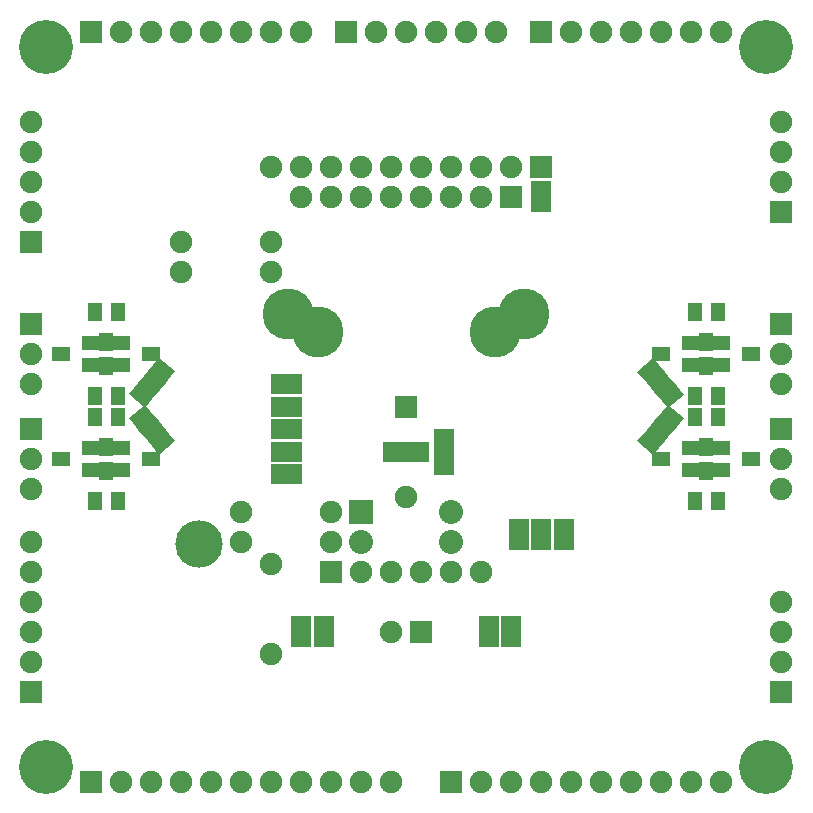
<source format=gbs>
G04 (created by PCBNEW-RS274X (2012-apr-16-27)-stable) date mer. 27 févr. 2013 14:04:48 CST*
G01*
G70*
G90*
%MOIN*%
G04 Gerber Fmt 3.4, Leading zero omitted, Abs format*
%FSLAX34Y34*%
G04 APERTURE LIST*
%ADD10C,0.006000*%
%ADD11R,0.080000X0.080000*%
%ADD12C,0.080000*%
%ADD13C,0.158000*%
%ADD14R,0.075000X0.075000*%
%ADD15C,0.075000*%
%ADD16C,0.170000*%
%ADD17C,0.180000*%
%ADD18R,0.047600X0.059400*%
%ADD19R,0.059400X0.047600*%
%ADD20R,0.070000X0.058000*%
%ADD21R,0.058000X0.070000*%
G04 APERTURE END LIST*
G54D10*
G54D11*
X24500Y-29500D03*
G54D12*
X27500Y-30500D03*
X27500Y-29500D03*
X24500Y-30500D03*
G54D13*
X19080Y-30579D03*
G54D14*
X29500Y-19000D03*
G54D15*
X28500Y-19000D03*
X27500Y-19000D03*
X26500Y-19000D03*
X25500Y-19000D03*
X24500Y-19000D03*
X23500Y-19000D03*
X22500Y-19000D03*
G54D16*
X28953Y-23527D03*
X23047Y-23527D03*
G54D14*
X30500Y-17998D03*
G54D15*
X29500Y-17998D03*
X28500Y-17998D03*
X27500Y-17998D03*
X26500Y-17998D03*
X25500Y-17998D03*
X24500Y-17998D03*
X23500Y-17998D03*
X22500Y-17998D03*
X21500Y-17998D03*
G54D16*
X29937Y-22921D03*
X22063Y-22921D03*
G54D14*
X23500Y-31500D03*
G54D15*
X24500Y-31500D03*
X25500Y-31500D03*
X26500Y-31500D03*
X27500Y-31500D03*
X28500Y-31500D03*
G54D14*
X26500Y-33500D03*
G54D15*
X25500Y-33500D03*
G54D14*
X38500Y-26750D03*
G54D15*
X38500Y-27750D03*
X38500Y-28750D03*
X21500Y-20500D03*
X18500Y-20500D03*
G54D14*
X38500Y-23250D03*
G54D15*
X38500Y-24250D03*
X38500Y-25250D03*
G54D14*
X13500Y-26750D03*
G54D15*
X13500Y-27750D03*
X13500Y-28750D03*
G54D14*
X13500Y-23250D03*
G54D15*
X13500Y-24250D03*
X13500Y-25250D03*
G54D17*
X38000Y-38000D03*
X14000Y-38000D03*
X14000Y-14000D03*
X38000Y-14000D03*
G54D18*
X36000Y-27350D03*
X36375Y-26350D03*
X35625Y-26350D03*
X16000Y-28150D03*
X15625Y-29150D03*
X16375Y-29150D03*
G54D19*
X17500Y-24250D03*
X16500Y-23875D03*
X16500Y-24625D03*
G54D18*
X16000Y-24650D03*
X15625Y-25650D03*
X16375Y-25650D03*
X16000Y-27350D03*
X16375Y-26350D03*
X15625Y-26350D03*
G54D19*
X14500Y-27750D03*
X15500Y-28125D03*
X15500Y-27375D03*
G54D18*
X16000Y-23850D03*
X16375Y-22850D03*
X15625Y-22850D03*
G54D19*
X14500Y-24250D03*
X15500Y-24625D03*
X15500Y-23875D03*
X34500Y-27750D03*
X35500Y-28125D03*
X35500Y-27375D03*
X34500Y-24250D03*
X35500Y-24625D03*
X35500Y-23875D03*
G54D18*
X36000Y-23850D03*
X36375Y-22850D03*
X35625Y-22850D03*
X36000Y-28150D03*
X35625Y-29150D03*
X36375Y-29150D03*
G54D19*
X37500Y-27750D03*
X36500Y-27375D03*
X36500Y-28125D03*
G54D18*
X36000Y-24650D03*
X35625Y-25650D03*
X36375Y-25650D03*
G54D19*
X37500Y-24250D03*
X36500Y-23875D03*
X36500Y-24625D03*
X17500Y-27750D03*
X16500Y-27375D03*
X16500Y-28125D03*
G54D20*
X27250Y-28000D03*
X27250Y-27500D03*
X27250Y-27000D03*
G54D21*
X26500Y-27500D03*
X26000Y-27500D03*
X25500Y-27500D03*
G54D20*
X22500Y-33750D03*
X22500Y-33250D03*
X29500Y-33750D03*
X29500Y-33250D03*
X28750Y-33750D03*
X28750Y-33250D03*
X23250Y-33750D03*
X23250Y-33250D03*
X30500Y-19250D03*
X30500Y-18750D03*
G54D21*
X21750Y-28250D03*
X22250Y-28250D03*
X21750Y-27500D03*
X22250Y-27500D03*
X21750Y-26750D03*
X22250Y-26750D03*
X21750Y-26000D03*
X22250Y-26000D03*
X21750Y-25250D03*
X22250Y-25250D03*
G54D20*
X31250Y-30500D03*
X31250Y-30000D03*
X30500Y-30500D03*
X30500Y-30000D03*
X29750Y-30500D03*
X29750Y-30000D03*
G54D14*
X15500Y-38500D03*
G54D15*
X16500Y-38500D03*
X17500Y-38500D03*
X18500Y-38500D03*
X19500Y-38500D03*
X20500Y-38500D03*
X21500Y-38500D03*
X22500Y-38500D03*
X23500Y-38500D03*
X24500Y-38500D03*
X25500Y-38500D03*
G54D14*
X27500Y-38500D03*
G54D15*
X28500Y-38500D03*
X29500Y-38500D03*
X30500Y-38500D03*
X31500Y-38500D03*
X32500Y-38500D03*
X33500Y-38500D03*
X34500Y-38500D03*
X35500Y-38500D03*
X36500Y-38500D03*
G54D14*
X13500Y-35500D03*
G54D15*
X13500Y-34500D03*
X13500Y-33500D03*
X13500Y-32500D03*
X13500Y-31500D03*
X13500Y-30500D03*
G54D14*
X13500Y-20500D03*
G54D15*
X13500Y-19500D03*
X13500Y-18500D03*
X13500Y-17500D03*
X13500Y-16500D03*
G54D14*
X15500Y-13500D03*
G54D15*
X16500Y-13500D03*
X17500Y-13500D03*
X18500Y-13500D03*
X19500Y-13500D03*
X20500Y-13500D03*
X21500Y-13500D03*
X22500Y-13500D03*
G54D14*
X30500Y-13500D03*
G54D15*
X31500Y-13500D03*
X32500Y-13500D03*
X33500Y-13500D03*
X34500Y-13500D03*
X35500Y-13500D03*
X36500Y-13500D03*
G54D14*
X24000Y-13500D03*
G54D15*
X25000Y-13500D03*
X26000Y-13500D03*
X27000Y-13500D03*
X28000Y-13500D03*
X29000Y-13500D03*
G54D14*
X38500Y-35500D03*
G54D15*
X38500Y-34500D03*
X38500Y-33500D03*
X38500Y-32500D03*
G54D14*
X38500Y-19500D03*
G54D15*
X38500Y-18500D03*
X38500Y-17500D03*
X38500Y-16500D03*
X23500Y-29500D03*
X20500Y-29500D03*
X23500Y-30500D03*
X20500Y-30500D03*
X21500Y-31250D03*
X21500Y-34250D03*
G54D14*
X26000Y-26000D03*
G54D15*
X26000Y-29000D03*
X21500Y-21500D03*
X18500Y-21500D03*
G54D10*
G36*
X33699Y-27155D02*
X34072Y-26711D01*
X34609Y-27161D01*
X34236Y-27605D01*
X33699Y-27155D01*
X33699Y-27155D01*
G37*
G36*
X34020Y-26772D02*
X34393Y-26328D01*
X34930Y-26778D01*
X34557Y-27222D01*
X34020Y-26772D01*
X34020Y-26772D01*
G37*
G36*
X34341Y-26389D02*
X34714Y-25945D01*
X35251Y-26395D01*
X34878Y-26839D01*
X34341Y-26389D01*
X34341Y-26389D01*
G37*
G36*
X17764Y-27605D02*
X17391Y-27161D01*
X17928Y-26711D01*
X18301Y-27155D01*
X17764Y-27605D01*
X17764Y-27605D01*
G37*
G36*
X17443Y-27222D02*
X17070Y-26778D01*
X17607Y-26328D01*
X17980Y-26772D01*
X17443Y-27222D01*
X17443Y-27222D01*
G37*
G36*
X17122Y-26839D02*
X16749Y-26395D01*
X17286Y-25945D01*
X17659Y-26389D01*
X17122Y-26839D01*
X17122Y-26839D01*
G37*
G36*
X34236Y-24395D02*
X34609Y-24839D01*
X34072Y-25289D01*
X33699Y-24845D01*
X34236Y-24395D01*
X34236Y-24395D01*
G37*
G36*
X34557Y-24778D02*
X34930Y-25222D01*
X34393Y-25672D01*
X34020Y-25228D01*
X34557Y-24778D01*
X34557Y-24778D01*
G37*
G36*
X34878Y-25161D02*
X35251Y-25605D01*
X34714Y-26055D01*
X34341Y-25611D01*
X34878Y-25161D01*
X34878Y-25161D01*
G37*
G36*
X18301Y-24820D02*
X17928Y-25264D01*
X17391Y-24814D01*
X17764Y-24370D01*
X18301Y-24820D01*
X18301Y-24820D01*
G37*
G36*
X17980Y-25203D02*
X17607Y-25647D01*
X17070Y-25197D01*
X17443Y-24753D01*
X17980Y-25203D01*
X17980Y-25203D01*
G37*
G36*
X17659Y-25586D02*
X17286Y-26030D01*
X16749Y-25580D01*
X17122Y-25136D01*
X17659Y-25586D01*
X17659Y-25586D01*
G37*
M02*

</source>
